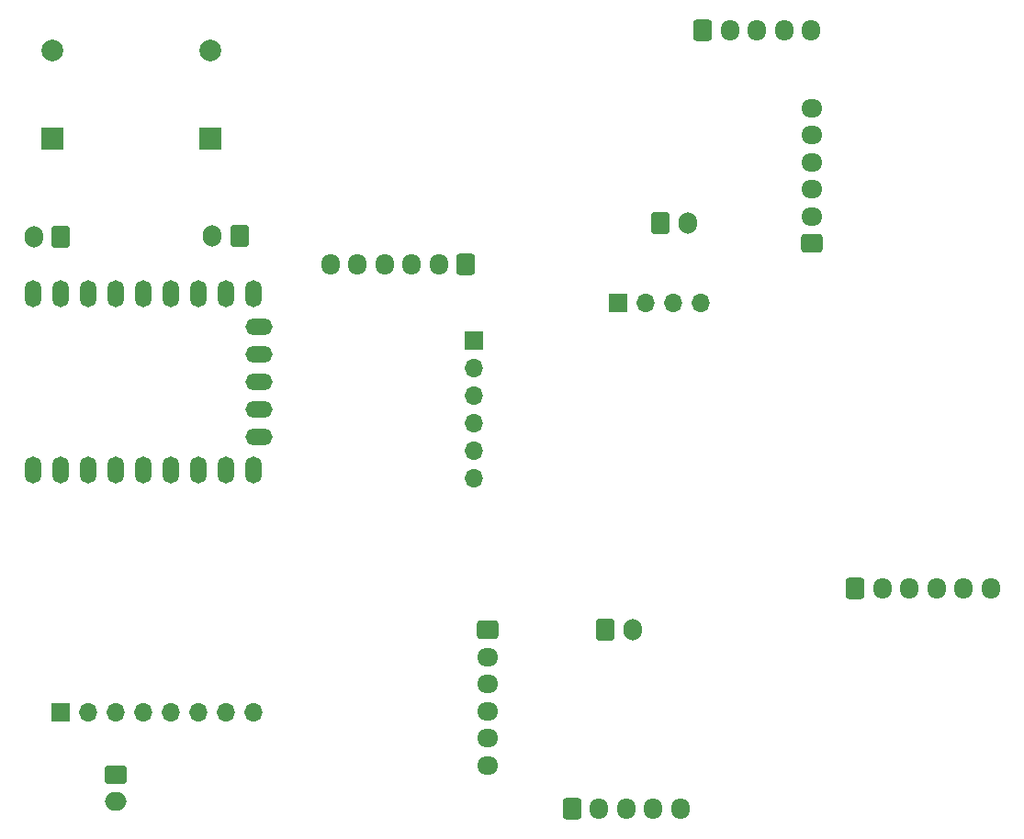
<source format=gbs>
%TF.GenerationSoftware,KiCad,Pcbnew,7.0.10*%
%TF.CreationDate,2024-01-30T15:19:49+08:00*%
%TF.ProjectId,imu-rounded,696d752d-726f-4756-9e64-65642e6b6963,rev?*%
%TF.SameCoordinates,Original*%
%TF.FileFunction,Soldermask,Bot*%
%TF.FilePolarity,Negative*%
%FSLAX46Y46*%
G04 Gerber Fmt 4.6, Leading zero omitted, Abs format (unit mm)*
G04 Created by KiCad (PCBNEW 7.0.10) date 2024-01-30 15:19:49*
%MOMM*%
%LPD*%
G01*
G04 APERTURE LIST*
G04 Aperture macros list*
%AMRoundRect*
0 Rectangle with rounded corners*
0 $1 Rounding radius*
0 $2 $3 $4 $5 $6 $7 $8 $9 X,Y pos of 4 corners*
0 Add a 4 corners polygon primitive as box body*
4,1,4,$2,$3,$4,$5,$6,$7,$8,$9,$2,$3,0*
0 Add four circle primitives for the rounded corners*
1,1,$1+$1,$2,$3*
1,1,$1+$1,$4,$5*
1,1,$1+$1,$6,$7*
1,1,$1+$1,$8,$9*
0 Add four rect primitives between the rounded corners*
20,1,$1+$1,$2,$3,$4,$5,0*
20,1,$1+$1,$4,$5,$6,$7,0*
20,1,$1+$1,$6,$7,$8,$9,0*
20,1,$1+$1,$8,$9,$2,$3,0*%
G04 Aperture macros list end*
%ADD10R,1.700000X1.700000*%
%ADD11O,1.700000X1.700000*%
%ADD12R,2.000000X2.000000*%
%ADD13C,2.000000*%
%ADD14RoundRect,0.250000X-0.600000X-0.750000X0.600000X-0.750000X0.600000X0.750000X-0.600000X0.750000X0*%
%ADD15O,1.700000X2.000000*%
%ADD16RoundRect,0.250000X-0.600000X-0.725000X0.600000X-0.725000X0.600000X0.725000X-0.600000X0.725000X0*%
%ADD17O,1.700000X1.950000*%
%ADD18RoundRect,0.250000X-0.750000X0.600000X-0.750000X-0.600000X0.750000X-0.600000X0.750000X0.600000X0*%
%ADD19O,2.000000X1.700000*%
%ADD20RoundRect,0.250000X0.600000X0.750000X-0.600000X0.750000X-0.600000X-0.750000X0.600000X-0.750000X0*%
%ADD21O,1.500000X2.500000*%
%ADD22O,2.500000X1.500000*%
%ADD23RoundRect,0.250000X0.725000X-0.600000X0.725000X0.600000X-0.725000X0.600000X-0.725000X-0.600000X0*%
%ADD24O,1.950000X1.700000*%
%ADD25RoundRect,0.250000X-0.725000X0.600000X-0.725000X-0.600000X0.725000X-0.600000X0.725000X0.600000X0*%
%ADD26RoundRect,0.250000X0.600000X0.725000X-0.600000X0.725000X-0.600000X-0.725000X0.600000X-0.725000X0*%
G04 APERTURE END LIST*
D10*
%TO.C,J13*%
X88900000Y-92075000D03*
D11*
X88900000Y-94615000D03*
X88900000Y-97155000D03*
X88900000Y-99695000D03*
X88900000Y-102235000D03*
X88900000Y-104775000D03*
%TD*%
D12*
%TO.C,J15*%
X64561732Y-73464423D03*
X50061732Y-73452223D03*
D13*
X64561732Y-65352223D03*
X50061732Y-65352223D03*
%TD*%
D14*
%TO.C,J3*%
X101005000Y-118745000D03*
D15*
X103505000Y-118745000D03*
%TD*%
D14*
%TO.C,J4*%
X106085000Y-81280000D03*
D15*
X108585000Y-81280000D03*
%TD*%
D16*
%TO.C,J5*%
X97910000Y-135255000D03*
D17*
X100410000Y-135255000D03*
X102910000Y-135255000D03*
X105410000Y-135255000D03*
X107910000Y-135255000D03*
%TD*%
D16*
%TO.C,J12*%
X109975000Y-63500000D03*
D17*
X112475000Y-63500000D03*
X114975000Y-63500000D03*
X117475000Y-63500000D03*
X119975000Y-63500000D03*
%TD*%
D18*
%TO.C,J11*%
X55880000Y-132120000D03*
D19*
X55880000Y-134620000D03*
%TD*%
D20*
%TO.C,J2*%
X67290000Y-82440000D03*
D15*
X64790000Y-82440000D03*
%TD*%
D20*
%TO.C,J16*%
X50800000Y-82550000D03*
D15*
X48300000Y-82550000D03*
%TD*%
D21*
%TO.C,U1*%
X48260000Y-87765000D03*
X50800000Y-87765000D03*
X53340000Y-87765000D03*
X55880000Y-87765000D03*
X58420000Y-87765000D03*
X60960000Y-87765000D03*
X63500000Y-87765000D03*
X66040000Y-87765000D03*
X68580000Y-87765000D03*
D22*
X69080000Y-90805000D03*
X69080000Y-93345000D03*
X69080000Y-95885000D03*
X69080000Y-98425000D03*
X69080000Y-100965000D03*
D21*
X68580000Y-104005000D03*
X66040000Y-104005000D03*
X63500000Y-104005000D03*
X60960000Y-104005000D03*
X58420000Y-104005000D03*
X55880000Y-104005000D03*
X53340000Y-104005000D03*
X50800000Y-104005000D03*
X48260000Y-104005000D03*
%TD*%
D10*
%TO.C,J14*%
X50800000Y-126365000D03*
D11*
X53340000Y-126365000D03*
X55880000Y-126365000D03*
X58420000Y-126365000D03*
X60960000Y-126365000D03*
X63500000Y-126365000D03*
X66040000Y-126365000D03*
X68580000Y-126365000D03*
%TD*%
D10*
%TO.C,U2*%
X102184200Y-88646000D03*
D11*
X104724200Y-88646000D03*
X107264200Y-88646000D03*
X109804200Y-88646000D03*
%TD*%
D23*
%TO.C,TR1*%
X120015000Y-83145000D03*
D24*
X120015000Y-80645000D03*
X120015000Y-78145000D03*
X120015000Y-75645000D03*
X120015000Y-73145000D03*
X120015000Y-70645000D03*
%TD*%
D25*
%TO.C,LL1*%
X90170000Y-118785000D03*
D24*
X90170000Y-121285000D03*
X90170000Y-123785000D03*
X90170000Y-126285000D03*
X90170000Y-128785000D03*
X90170000Y-131285000D03*
%TD*%
D16*
%TO.C,TB1*%
X124025000Y-114935000D03*
D17*
X126525000Y-114935000D03*
X129025000Y-114935000D03*
X131525000Y-114935000D03*
X134025000Y-114935000D03*
X136525000Y-114935000D03*
%TD*%
D26*
%TO.C,LF1*%
X88145000Y-85090000D03*
D17*
X85645000Y-85090000D03*
X83145000Y-85090000D03*
X80645000Y-85090000D03*
X78145000Y-85090000D03*
X75645000Y-85090000D03*
%TD*%
M02*

</source>
